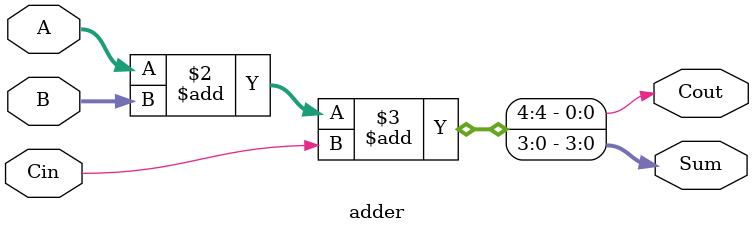
<source format=sv>
module adder #(parameter N = 4) (output logic [N-1:0] Sum, output  logic Cout, input logic [N-1:0] A, B, input logic Cin);

always_comb
  {Cout, Sum} = A + B + Cin;

endmodule

</source>
